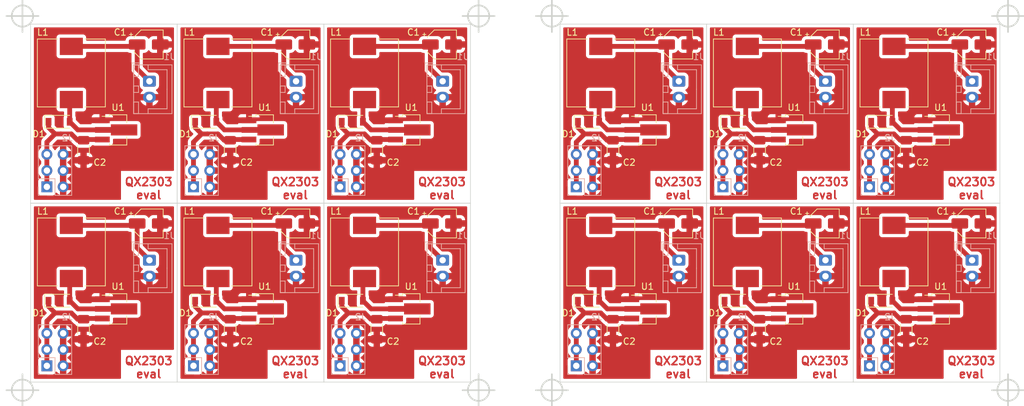
<source format=kicad_pcb>
(kicad_pcb (version 20211014) (generator pcbnew)

  (general
    (thickness 1.6)
  )

  (paper "A5")
  (title_block
    (title "QX2303L50E breakout")
    (date "2024-10-12")
    (rev "0.2")
    (company "Yavook!de")
  )

  (layers
    (0 "F.Cu" signal)
    (31 "B.Cu" signal)
    (32 "B.Adhes" user "B.Adhesive")
    (33 "F.Adhes" user "F.Adhesive")
    (34 "B.Paste" user)
    (35 "F.Paste" user)
    (36 "B.SilkS" user "B.Silkscreen")
    (37 "F.SilkS" user "F.Silkscreen")
    (38 "B.Mask" user)
    (39 "F.Mask" user)
    (40 "Dwgs.User" user "User.Drawings")
    (41 "Cmts.User" user "User.Comments")
    (42 "Eco1.User" user "User.Eco1")
    (43 "Eco2.User" user "User.Eco2")
    (44 "Edge.Cuts" user)
    (45 "Margin" user)
    (46 "B.CrtYd" user "B.Courtyard")
    (47 "F.CrtYd" user "F.Courtyard")
    (48 "B.Fab" user)
    (49 "F.Fab" user)
    (50 "User.1" user "Nutzer.1")
    (51 "User.2" user "Nutzer.2")
    (52 "User.3" user "Nutzer.3")
    (53 "User.4" user "Nutzer.4")
    (54 "User.5" user "Nutzer.5")
    (55 "User.6" user "Nutzer.6")
    (56 "User.7" user "Nutzer.7")
    (57 "User.8" user "Nutzer.8")
    (58 "User.9" user "Nutzer.9")
  )

  (setup
    (stackup
      (layer "F.SilkS" (type "Top Silk Screen"))
      (layer "F.Paste" (type "Top Solder Paste"))
      (layer "F.Mask" (type "Top Solder Mask") (thickness 0.01))
      (layer "F.Cu" (type "copper") (thickness 0.035))
      (layer "dielectric 1" (type "core") (thickness 1.51) (material "FR4") (epsilon_r 4.5) (loss_tangent 0.02))
      (layer "B.Cu" (type "copper") (thickness 0.035))
      (layer "B.Mask" (type "Bottom Solder Mask") (thickness 0.01))
      (layer "B.Paste" (type "Bottom Solder Paste"))
      (layer "B.SilkS" (type "Bottom Silk Screen"))
      (copper_finish "None")
      (dielectric_constraints no)
    )
    (pad_to_mask_clearance 0)
    (pcbplotparams
      (layerselection 0x0000000_7fffffff)
      (disableapertmacros false)
      (usegerberextensions false)
      (usegerberattributes true)
      (usegerberadvancedattributes true)
      (creategerberjobfile true)
      (svguseinch false)
      (svgprecision 6)
      (excludeedgelayer false)
      (plotframeref true)
      (viasonmask false)
      (mode 1)
      (useauxorigin false)
      (hpglpennumber 1)
      (hpglpenspeed 20)
      (hpglpendiameter 15.000000)
      (dxfpolygonmode true)
      (dxfimperialunits true)
      (dxfusepcbnewfont true)
      (psnegative true)
      (psa4output false)
      (plotreference false)
      (plotvalue false)
      (plotinvisibletext false)
      (sketchpadsonfab false)
      (subtractmaskfromsilk false)
      (outputformat 4)
      (mirror true)
      (drillshape 1)
      (scaleselection 1)
      (outputdirectory "")
    )
  )

  (net 0 "")
  (net 1 "GND")
  (net 2 "+5V")
  (net 3 "Net-(D1-Pad2)")
  (net 4 "+BATT")

  (footprint "Inductor_SMD:L_10.4x10.4_H4.8" (layer "F.Cu") (at 31.75 33.02 -90))

  (footprint "Inductor_SMD:L_10.4x10.4_H4.8" (layer "F.Cu") (at 160.02 33.02 -90))

  (footprint "Package_TO_SOT_SMD:SOT-89-3_Handsoldering" (layer "F.Cu") (at 61.595 41.91))

  (footprint "Inductor_SMD:L_10.4x10.4_H4.8" (layer "F.Cu") (at 114.3 60.96 -90))

  (footprint "Capacitor_SMD:C_1206_3216Metric_Pad1.33x1.80mm_HandSolder" (layer "F.Cu") (at 56.515 45.085 -90))

  (footprint "Inductor_SMD:L_10.4x10.4_H4.8" (layer "F.Cu") (at 54.61 33.02 -90))

  (footprint "Diode_SMD:D_SOD-123" (layer "F.Cu") (at 52.705 40.64))

  (footprint "Package_TO_SOT_SMD:SOT-89-3_Handsoldering" (layer "F.Cu") (at 38.735 41.91))

  (footprint "Package_TO_SOT_SMD:SOT-89-3_Handsoldering" (layer "F.Cu") (at 121.285 41.91))

  (footprint "Capacitor_SMD:C_1206_3216Metric_Pad1.33x1.80mm_HandSolder" (layer "F.Cu") (at 161.925 45.085 -90))

  (footprint "Diode_SMD:D_SOD-123" (layer "F.Cu") (at 112.395 40.64))

  (footprint "Diode_SMD:D_SOD-123" (layer "F.Cu") (at 52.705 68.58))

  (footprint "Inductor_SMD:L_10.4x10.4_H4.8" (layer "F.Cu") (at 137.16 33.02 -90))

  (footprint "Capacitor_SMD:CP_Elec_4x5.4" (layer "F.Cu") (at 66.675 28.575))

  (footprint "Capacitor_SMD:C_1206_3216Metric_Pad1.33x1.80mm_HandSolder" (layer "F.Cu") (at 116.205 73.025 -90))

  (footprint "Capacitor_SMD:CP_Elec_4x5.4" (layer "F.Cu") (at 149.225 28.575))

  (footprint "Capacitor_SMD:C_1206_3216Metric_Pad1.33x1.80mm_HandSolder" (layer "F.Cu") (at 33.655 73.025 -90))

  (footprint "Diode_SMD:D_SOD-123" (layer "F.Cu") (at 158.115 68.58))

  (footprint "Diode_SMD:D_SOD-123" (layer "F.Cu") (at 29.845 68.58))

  (footprint "Capacitor_SMD:CP_Elec_4x5.4" (layer "F.Cu") (at 89.535 56.515))

  (footprint "Inductor_SMD:L_10.4x10.4_H4.8" (layer "F.Cu") (at 160.02 60.96 -90))

  (footprint "Diode_SMD:D_SOD-123" (layer "F.Cu") (at 75.565 68.58))

  (footprint "Package_TO_SOT_SMD:SOT-89-3_Handsoldering" (layer "F.Cu") (at 121.285 69.85))

  (footprint "Capacitor_SMD:CP_Elec_4x5.4" (layer "F.Cu") (at 172.085 28.575))

  (footprint "Capacitor_SMD:CP_Elec_4x5.4" (layer "F.Cu") (at 172.085 56.515))

  (footprint "Diode_SMD:D_SOD-123" (layer "F.Cu") (at 135.255 68.58))

  (footprint "Diode_SMD:D_SOD-123" (layer "F.Cu") (at 75.565 40.64))

  (footprint "Capacitor_SMD:C_1206_3216Metric_Pad1.33x1.80mm_HandSolder" (layer "F.Cu") (at 139.065 45.085 -90))

  (footprint "Diode_SMD:D_SOD-123" (layer "F.Cu") (at 29.845 40.64))

  (footprint "Capacitor_SMD:CP_Elec_4x5.4" (layer "F.Cu") (at 126.365 56.515))

  (footprint "Package_TO_SOT_SMD:SOT-89-3_Handsoldering" (layer "F.Cu") (at 84.455 69.85))

  (footprint "Diode_SMD:D_SOD-123" (layer "F.Cu") (at 158.115 40.64))

  (footprint "Inductor_SMD:L_10.4x10.4_H4.8" (layer "F.Cu") (at 114.3 33.02 -90))

  (footprint "Capacitor_SMD:C_1206_3216Metric_Pad1.33x1.80mm_HandSolder" (layer "F.Cu") (at 116.205 45.085 -90))

  (footprint "Package_TO_SOT_SMD:SOT-89-3_Handsoldering" (layer "F.Cu") (at 61.595 69.85))

  (footprint "Inductor_SMD:L_10.4x10.4_H4.8" (layer "F.Cu") (at 77.47 33.02 -90))

  (footprint "Inductor_SMD:L_10.4x10.4_H4.8" (layer "F.Cu") (at 77.47 60.96 -90))

  (footprint "Capacitor_SMD:CP_Elec_4x5.4" (layer "F.Cu") (at 43.815 28.575))

  (footprint "Capacitor_SMD:CP_Elec_4x5.4" (layer "F.Cu") (at 43.815 56.515))

  (footprint "Capacitor_SMD:CP_Elec_4x5.4" (layer "F.Cu") (at 66.675 56.515))

  (footprint "Capacitor_SMD:C_1206_3216Metric_Pad1.33x1.80mm_HandSolder" (layer "F.Cu") (at 79.375 45.085 -90))

  (footprint "Capacitor_SMD:C_1206_3216Metric_Pad1.33x1.80mm_HandSolder" (layer "F.Cu") (at 139.065 73.025 -90))

  (footprint "Inductor_SMD:L_10.4x10.4_H4.8" (layer "F.Cu") (at 54.61 60.96 -90))

  (footprint "Capacitor_SMD:C_1206_3216Metric_Pad1.33x1.80mm_HandSolder" (layer "F.Cu") (at 79.375 73.025 -90))

  (footprint "Package_TO_SOT_SMD:SOT-89-3_Handsoldering" (layer "F.Cu") (at 167.005 69.85))

  (footprint "Diode_SMD:D_SOD-123" (layer "F.Cu") (at 135.255 40.64))

  (footprint "Diode_SMD:D_SOD-123" (layer "F.Cu") (at 112.395 68.58))

  (footprint "Package_TO_SOT_SMD:SOT-89-3_Handsoldering" (layer "F.Cu") (at 144.145 69.85))

  (footprint "Capacitor_SMD:C_1206_3216Metric_Pad1.33x1.80mm_HandSolder" (layer "F.Cu") (at 33.655 45.085 -90))

  (footprint "Package_TO_SOT_SMD:SOT-89-3_Handsoldering" (layer "F.Cu") (at 84.455 41.91))

  (footprint "Capacitor_SMD:C_1206_3216Metric_Pad1.33x1.80mm_HandSolder" (layer "F.Cu")
    (tedit 5F68FEEF) (tstamp d337ad34-ab8c-4047-8463-c1350341905e)
    (at 161.925 73.025 -90)
    (descr "Capacitor SMD 1206 (3216 Metric), square (rectangular) end terminal, IPC_7351 nominal with elongated pad for handsoldering. (Body size source: IPC-SM-782 page 76, https://www.pcb-3d.com/wordpress/wp-content/uploads/ipc-sm-782a_amendment_1_and_2.pdf), generated with kicad-footprint-generator")
    (tags "capacitor handsolder")
    (property "Sheetfile" "QX2303L50E-breakout.kicad_sch")
    (property "Sheetname" "")
    (attr smd)
    (fp_text reference "C2" (at 1.905 -2.54) (layer "F.SilkS")
      (effects (font (size 1 1) (thickness 0.15)))
      (tstamp 96374473-4362-411d-b4dc-bccaa7bf9f33)
    )
    (fp_text value "22u Ta" (at 0 1.85 90) (layer "F.Fab")
      (effects (font (size 1 1) (thickness 0.15)))
      (tstamp 0530af74-8d1f-4140-b5a9-fbe4d930f2d6)
    )
    (fp_text user "${REFERENCE}" (at 0 0 90) (layer "F.Fab")
      (effects (font (size 0.8 0.8) (thickness 0.12)))
      (tstamp 51109312-7d0a-421f-b3e2-aba2dc60cdef)
    )
    (fp_line (start -0.711252 0.91) (end 0.711252 0.91) (layer "F.SilkS") (width 0.12) (tstamp 17fe3b89-79e8-4a30-906a-b7ddedec1f39))
    (fp_line (start -0.711252 -0.91) (end 0.711252 -0.91) (layer "F.SilkS") (width 0.12) (tstamp 2dd501cf-8eda-49fe-a57f-33525d6fa48c))
    (fp_line (start 2.48 1.15) (end -2.48 1.15) (layer "F.CrtYd") (width 0.05) (tstamp 8e63c288-73a9-425f-b92a-2acba82b2a8c))
    (fp_line (start -2.48 1.15) (end -2.48 -1.15) (layer "F.CrtYd") (width 0.05) (tstamp 98601396-516b-4f99-b971-aae10874eaa3))
    (fp_line (start 2.48 -1.15) (end 2.48 1.15) (layer "F.CrtYd") (width 0.05) (tstamp a0007471-c831-4cb1-9696-d917fe483ac9))
    (fp_line (start -2.48 -1.15) (end 2.48 -1.15) (layer "F.CrtYd") (width 0.05) (tstamp aa76f3ed-6f50-4f29-b290-276b3f3318d1))
    (fp_line (start 1.6 -0.8) (end 1.6 0.8) (layer "F.Fab") (width 0.1) (
... [659376 chars truncated]
</source>
